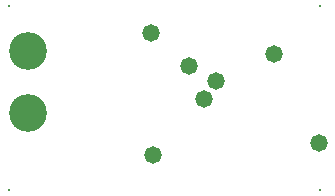
<source format=gbs>
G04*
G04 #@! TF.GenerationSoftware,Altium Limited,Altium Designer,18.1.7 (191)*
G04*
G04 Layer_Color=16711935*
%FSLAX25Y25*%
%MOIN*%
G70*
G01*
G75*
%ADD25C,0.00800*%
%ADD26C,0.12611*%
%ADD27C,0.05800*%
D25*
X114173Y77559D02*
D03*
Y16142D02*
D03*
X10630D02*
D03*
Y77559D02*
D03*
D26*
X16929Y62598D02*
D03*
Y41732D02*
D03*
D27*
X57874Y68504D02*
D03*
X113779Y31890D02*
D03*
X98740Y61417D02*
D03*
X75437Y46457D02*
D03*
X58661Y27953D02*
D03*
X79528Y52362D02*
D03*
X70473Y57618D02*
D03*
M02*

</source>
